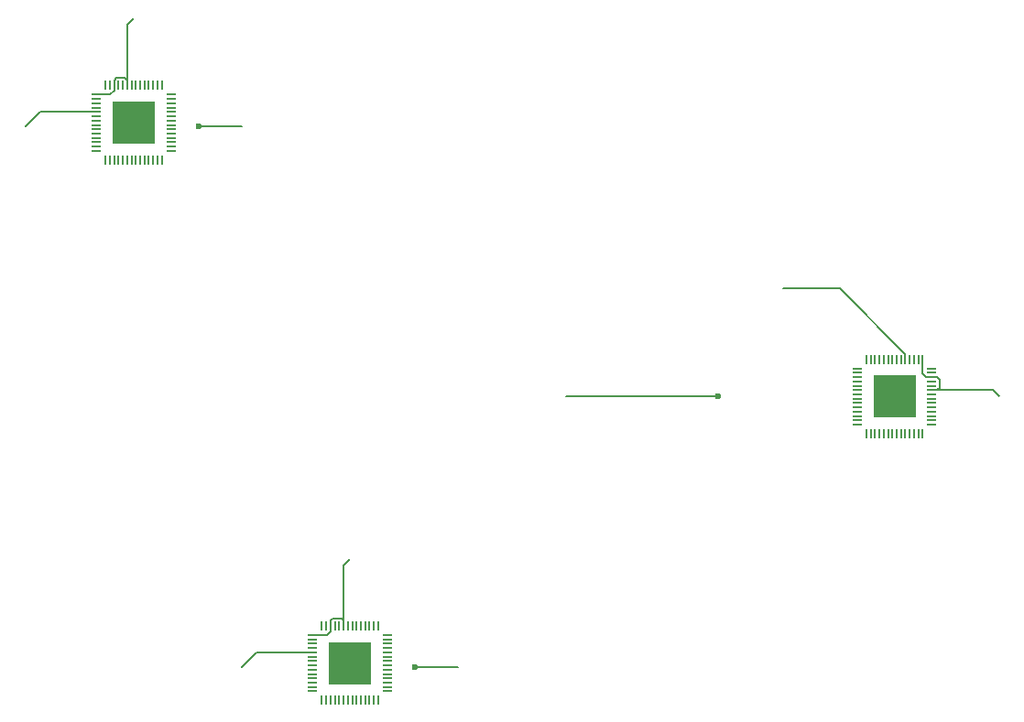
<source format=gtl>
G04 Gerber file generated by Gerbonara*
%TF.GenerationSoftware,KiCad,Pcbnew,8.0.2-1*%
%TF.CreationDate,2024-09-25T19:04:35+01:00*%
%TF.ProjectId,test_module_1,74657374-5f6d-46f6-9475-6c655f312e6b,rev?*%
%TF.SameCoordinates,PX8583b00PY5f5e100*%
%TF.FileFunction,Copper,L1,Top*%
%TF.FilePolarity,Positive*%
%MOMM*%
%FSLAX45Y45*%
%IPPOS*%
G75
%LPD*%
%AMCALCM10*
0 Fully substituted instance of RoundRect macro*
0 Original parameters: 0.05X-0.35X-0.05X0.35X-0.05X0.35X0.05X-0.35X0.05*
4,1,4,-0.35,-0.05,0.35,-0.05,0.35,0.05,-0.35,0.05,-0.35,-0.05,0*
1,1,0.1,-0.35,-0.05,0*
1,1,0.1,0.35,-0.05,0*
1,1,0.1,0.35,0.05,0*
1,1,0.1,-0.35,0.05,0*
20,1,0.1,-0.35,-0.05,0.35,-0.05,0*
20,1,0.1,0.35,-0.05,0.35,0.05,0*
20,1,0.1,0.35,0.05,-0.35,0.05,0*
20,1,0.1,-0.35,0.05,-0.35,-0.05,0*
%
%AMCALCM11*
0 Fully substituted instance of RoundRect macro*
0 Original parameters: 0.05X-0.05X-0.35X0.05X-0.35X0.05X0.35X-0.05X0.35*
4,1,4,-0.05,-0.35,0.05,-0.35,0.05,0.35,-0.05,0.35,-0.05,-0.35,0*
1,1,0.1,-0.05,-0.35,0*
1,1,0.1,0.05,-0.35,0*
1,1,0.1,0.05,0.35,0*
1,1,0.1,-0.05,0.35,0*
20,1,0.1,-0.05,-0.35,0.05,-0.35,0*
20,1,0.1,0.05,-0.35,0.05,0.35,0*
20,1,0.1,0.05,0.35,-0.05,0.35,0*
20,1,0.1,-0.05,0.35,-0.05,-0.35,0*
%
%AMCALCM16*
0 Fully substituted instance of GNX073E3115B3D119BE macro*
0 Original parameters: 0.05X-0.35X-0.05X0.35X-0.05X0.35X0.05X-0.35X0.05*
4,1,4,-0.05,0.35,-0.05,-0.35,0.05,-0.35,0.05,0.35,-0.05,0.35,0*
1,1,0.1,-0.05,0.35,0*
1,1,0.1,-0.05,-0.35,0*
1,1,0.1,0.05,-0.35,0*
1,1,0.1,0.05,0.35,0*
20,1,0.1,-0.05,0.35,-0.05,-0.35,0*
20,1,0.1,-0.05,-0.35,0.05,-0.35,0*
20,1,0.1,0.05,-0.35,0.05,0.35,0*
20,1,0.1,0.05,0.35,-0.05,0.35,0*
%
%AMCALCM17*
0 Fully substituted instance of GNX073E3115B3D119BE macro*
0 Original parameters: 0.05X-0.05X-0.35X0.05X-0.35X0.05X0.35X-0.05X0.35*
4,1,4,-0.35,0.05,-0.35,-0.05,0.35,-0.05,0.35,0.05,-0.35,0.05,0*
1,1,0.1,-0.35,0.05,0*
1,1,0.1,-0.35,-0.05,0*
1,1,0.1,0.35,-0.05,0*
1,1,0.1,0.35,0.05,0*
20,1,0.1,-0.35,0.05,-0.35,-0.05,0*
20,1,0.1,-0.35,-0.05,0.35,-0.05,0*
20,1,0.1,0.35,-0.05,0.35,0.05,0*
20,1,0.1,0.35,0.05,-0.35,0.05,0*
%
%ADD10CALCM10*%
%ADD11CALCM11*%
%ADD12R,4.0X4.0*%
%ADD13C,0.1*%
%ADD14C,0.6*%
%ADD15C,0.2*%
%ADD16CALCM16*%
%ADD17CALCM17*%
D10*
X-001845000Y-002207000D03*
X-001845000Y-002247000D03*
X-001845000Y-002287000D03*
X-001845000Y-002327000D03*
X-001845000Y-002367000D03*
X-001845000Y-002407000D03*
X-001845000Y-002447000D03*
X-001845000Y-002487000D03*
X-001845000Y-002527000D03*
X-001845000Y-002567000D03*
X-001845000Y-002607000D03*
X-001845000Y-002647000D03*
X-001845000Y-002687000D03*
X-001845000Y-002727000D03*
D11*
X-001760000Y-002812000D03*
X-001720000Y-002812000D03*
X-001680000Y-002812000D03*
X-001640000Y-002812000D03*
X-001600000Y-002812000D03*
X-001560000Y-002812000D03*
X-001520000Y-002812000D03*
X-001480000Y-002812000D03*
X-001440000Y-002812000D03*
X-001400000Y-002812000D03*
X-001360000Y-002812000D03*
X-001320000Y-002812000D03*
X-001280000Y-002812000D03*
X-001240000Y-002812000D03*
D10*
X-001155000Y-002727000D03*
X-001155000Y-002687000D03*
X-001155000Y-002647000D03*
X-001155000Y-002607000D03*
X-001155000Y-002567000D03*
X-001155000Y-002527000D03*
X-001155000Y-002487000D03*
X-001155000Y-002447000D03*
X-001155000Y-002407000D03*
X-001155000Y-002367000D03*
X-001155000Y-002327000D03*
X-001155000Y-002287000D03*
X-001155000Y-002247000D03*
X-001155000Y-002207000D03*
D11*
X-001240000Y-002122000D03*
X-001280000Y-002122000D03*
X-001320000Y-002122000D03*
X-001360000Y-002122000D03*
X-001400000Y-002122000D03*
X-001440000Y-002122000D03*
X-001480000Y-002122000D03*
X-001520000Y-002122000D03*
X-001560000Y-002122000D03*
X-001600000Y-002122000D03*
X-001640000Y-002122000D03*
X-001680000Y-002122000D03*
X-001720000Y-002122000D03*
X-001760000Y-002122000D03*
D12*
X-001500000Y-002467000D03*
D13*
X-001500000Y-001500000D03*
X-000500000Y-002500000D03*
X-002500000Y-002500000D03*
D14*
X-001500000Y-002467000D03*
X-000900000Y-002500000D03*
D15*
X-001580364Y-002052000D02*
X-001560000Y-002072364D01*
X-001680000Y-002122000D02*
X-001680000Y-002072364D01*
X-001560000Y-002122000D02*
X-001560000Y-001560000D01*
X-001500000Y-001500000D01*
X-001560000Y-002072364D02*
X-001560000Y-002122000D01*
X-001680000Y-002072364D02*
X-001659636Y-002052000D01*
X-001715364Y-002207000D02*
X-001845000Y-002207000D01*
X-001680000Y-002122000D02*
X-001680000Y-002171636D01*
X-001659636Y-002052000D02*
X-001580364Y-002052000D01*
X-001680000Y-002171636D02*
X-001715364Y-002207000D01*
X-002500000Y-002500000D02*
X-002367000Y-002367000D01*
X-001845000Y-002367000D01*
X-000500000Y-002500000D02*
X-000900000Y-002500000D01*
D10*
X-003845000Y002793000D03*
X-003845000Y002753000D03*
X-003845000Y002713000D03*
X-003845000Y002673000D03*
X-003845000Y002633000D03*
X-003845000Y002593000D03*
X-003845000Y002553000D03*
X-003845000Y002513000D03*
X-003845000Y002473000D03*
X-003845000Y002433000D03*
X-003845000Y002393000D03*
X-003845000Y002353000D03*
X-003845000Y002313000D03*
X-003845000Y002273000D03*
D11*
X-003760000Y002188000D03*
X-003720000Y002188000D03*
X-003680000Y002188000D03*
X-003640000Y002188000D03*
X-003600000Y002188000D03*
X-003560000Y002188000D03*
X-003520000Y002188000D03*
X-003480000Y002188000D03*
X-003440000Y002188000D03*
X-003400000Y002188000D03*
X-003360000Y002188000D03*
X-003320000Y002188000D03*
X-003280000Y002188000D03*
X-003240000Y002188000D03*
D10*
X-003155000Y002273000D03*
X-003155000Y002313000D03*
X-003155000Y002353000D03*
X-003155000Y002393000D03*
X-003155000Y002433000D03*
X-003155000Y002473000D03*
X-003155000Y002513000D03*
X-003155000Y002553000D03*
X-003155000Y002593000D03*
X-003155000Y002633000D03*
X-003155000Y002673000D03*
X-003155000Y002713000D03*
X-003155000Y002753000D03*
X-003155000Y002793000D03*
D11*
X-003240000Y002878000D03*
X-003280000Y002878000D03*
X-003320000Y002878000D03*
X-003360000Y002878000D03*
X-003400000Y002878000D03*
X-003440000Y002878000D03*
X-003480000Y002878000D03*
X-003520000Y002878000D03*
X-003560000Y002878000D03*
X-003600000Y002878000D03*
X-003640000Y002878000D03*
X-003680000Y002878000D03*
X-003720000Y002878000D03*
X-003760000Y002878000D03*
D12*
X-003500000Y002533000D03*
D13*
X-003500000Y003500000D03*
X-002500000Y002500000D03*
X-004500000Y002500000D03*
D14*
X-003500000Y002533000D03*
X-002900000Y002500000D03*
D15*
X-003580364Y002948000D02*
X-003560000Y002927636D01*
X-003680000Y002878000D02*
X-003680000Y002927636D01*
X-003560000Y002878000D02*
X-003560000Y003440000D01*
X-003500000Y003500000D01*
X-003560000Y002927636D02*
X-003560000Y002878000D01*
X-003680000Y002927636D02*
X-003659636Y002948000D01*
X-003715364Y002793000D02*
X-003845000Y002793000D01*
X-003680000Y002878000D02*
X-003680000Y002828364D01*
X-003659636Y002948000D02*
X-003580364Y002948000D01*
X-003680000Y002828364D02*
X-003715364Y002793000D01*
X-004500000Y002500000D02*
X-004367000Y002633000D01*
X-003845000Y002633000D01*
X-002500000Y002500000D02*
X-002900000Y002500000D01*
D16*
X003793000Y000345000D03*
X003753000Y000345000D03*
X003713000Y000345000D03*
X003673000Y000345000D03*
X003633000Y000345000D03*
X003593000Y000345000D03*
X003553000Y000345000D03*
X003513000Y000345000D03*
X003473000Y000345000D03*
X003433000Y000345000D03*
X003393000Y000345000D03*
X003353000Y000345000D03*
X003313000Y000345000D03*
X003273000Y000345000D03*
D17*
X003188000Y000260000D03*
X003188000Y000220000D03*
X003188000Y000180000D03*
X003188000Y000140000D03*
X003188000Y000100000D03*
X003188000Y000060000D03*
X003188000Y000020000D03*
X003188000Y-000020000D03*
X003188000Y-000060000D03*
X003188000Y-000100000D03*
X003188000Y-000140000D03*
X003188000Y-000180000D03*
X003188000Y-000220000D03*
X003188000Y-000260000D03*
D16*
X003273000Y-000345000D03*
X003313000Y-000345000D03*
X003353000Y-000345000D03*
X003393000Y-000345000D03*
X003433000Y-000345000D03*
X003473000Y-000345000D03*
X003513000Y-000345000D03*
X003553000Y-000345000D03*
X003593000Y-000345000D03*
X003633000Y-000345000D03*
X003673000Y-000345000D03*
X003713000Y-000345000D03*
X003753000Y-000345000D03*
X003793000Y-000345000D03*
D17*
X003878000Y-000260000D03*
X003878000Y-000220000D03*
X003878000Y-000180000D03*
X003878000Y-000140000D03*
X003878000Y-000100000D03*
X003878000Y-000060000D03*
X003878000Y-000020000D03*
X003878000Y000020000D03*
X003878000Y000060000D03*
X003878000Y000100000D03*
X003878000Y000140000D03*
X003878000Y000180000D03*
X003878000Y000220000D03*
X003878000Y000260000D03*
D12*
X003533000Y0D03*
D13*
X004500000Y0D03*
X000500000Y-0D03*
X002500000Y001000000D03*
D14*
X001900000Y-0D03*
X003400000Y0D03*
D15*
X003948000Y000080364D02*
X003927636Y000060000D01*
X003878000Y000180000D02*
X003927636Y000180000D01*
X003878000Y000060000D02*
X004440000Y000060000D01*
X004500000Y0D01*
X003927636Y000060000D02*
X003878000Y000060000D01*
X003927636Y000180000D02*
X003948000Y000159636D01*
X003793000Y000215364D02*
X003793000Y000345000D01*
X003878000Y000180000D02*
X003828364Y000180000D01*
X003948000Y000159636D02*
X003948000Y000080364D01*
X003828364Y000180000D02*
X003793000Y000215364D01*
X003633000Y000394636D02*
X003633000Y000345000D01*
X003027636Y001000000D02*
X003633000Y000394636D01*
X002500000Y001000000D02*
X003027636Y001000000D01*
X001900000Y-0D02*
X000500000Y-0D01*
X003533000Y0D02*
X003400000Y0D01*
M02*
</source>
